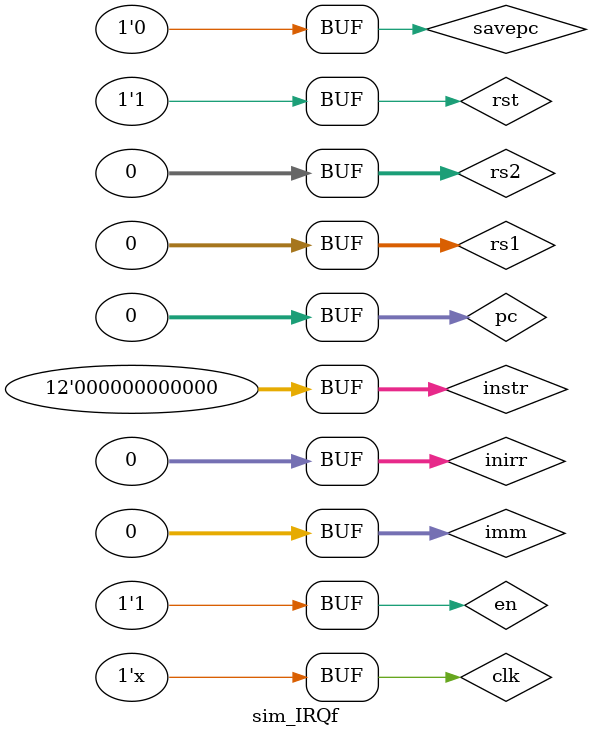
<source format=v>
`timescale 1ns / 1ps

module sim_IRQf;

	// Inputs
	reg rst;
	reg clk;
	reg savepc;
	reg en;
	reg [11:0] instr;
	reg [31:0] rs1;
	reg [31:0] rs2;
	reg [31:0] inirr;
	reg [31:0] pc;
	reg [31:0] imm;

	// Outputs
	wire [31:0] rd;
	wire [31:0] addrm;
	wire [31:0] outirr;
	wire [31:0] pc_irq;
	wire [31:0] pc_c;
	wire flag;

	// Instantiate the Unit Under Test (UUT)
	IRQ uut (
		.rst(rst), 
		.clk(clk), 
		.savepc(savepc), 
		.en(en), 
		.instr(instr), 
		.rs1(rs1), 
		.rs2(rs2), 
		.inirr(inirr), 
		.pc(pc), 
		.imm(imm), 
		.rd(rd), 
		.addrm(addrm), 
		.outirr(outirr), 
		.pc_irq(pc_irq), 
		.pc_c(pc_c), 
		.flag(flag)
	);

	initial begin
		// Initialize Inputs
		rst = 0;
		clk = 1;
		savepc = 0;
		en = 0;
		instr = 0;
		rs1 = 0;
		rs2 = 0;
		inirr = 0;
		pc = 0;
		imm = 0;

		// Wait 100 ns for global reset to finish
		#100;
      rst=1;
		#20;
		savepc=1;
		pc=5;
		#20;
		pc=0;
		#20;
		savepc=0;
		#20;
		en=1;
		#15;
		// Add stimulus here
		inirr=4;
		#10;
		inirr=0;
		#30;
		inirr=8;
		#20;
		inirr=1024;
		#20;
		inirr=256;
		#20;
		inirr=0;
		#10;
		instr=12'b000000011000;
		#20;
		instr=0;
		#55;
		instr=12'b001100011000;
		rs1=7;
		imm=11'b10100001000;
		#20;
		instr=0;
		rs1=0;
		imm=2;
		#20;
		instr=0;
		rs1=0;
		imm=0;
		#20;
		instr=12'b001110011000;
		#20;
		instr=0;
		#20;
		instr=12'b000000011001;
		rs1=32;
		imm=4;
		#20;
		instr=12'b000010011000;
		#20;
		instr=0;
		rs1=0;
		imm=0;
		#40;
		instr=12'b000100011000;
		#20;
		instr=12'b001010011000;
		#20;
		instr=0;
		#20;
		inirr=5'b10101;
		#20;
		inirr=0;
		#20
		instr=12'b001000011000;
		#20
		instr=0;

		
	end
	
   always	#10 clk = !clk;  
      
endmodule


</source>
